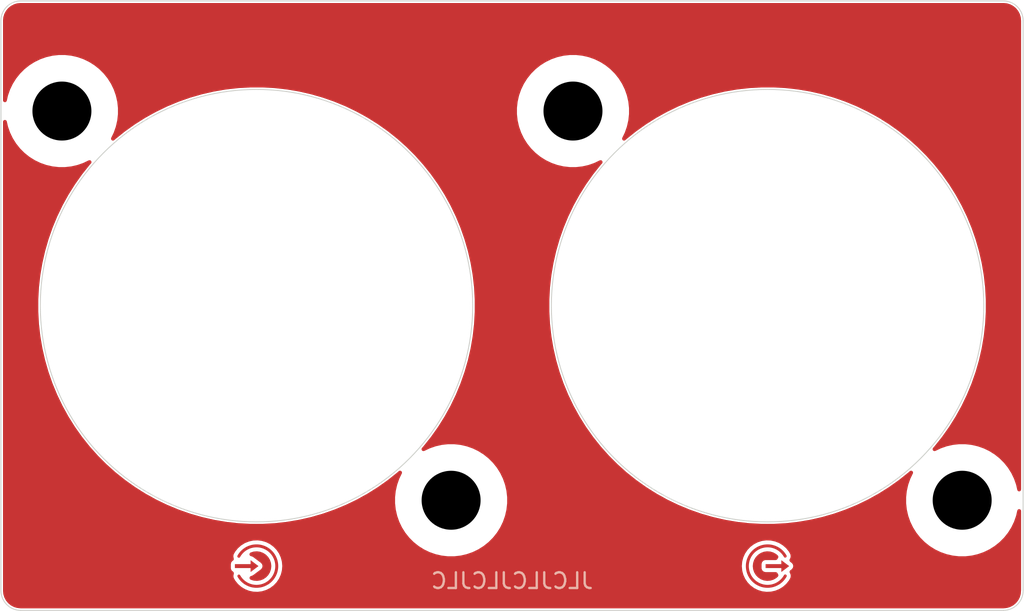
<source format=kicad_pcb>
(kicad_pcb (version 20241229) (generator "pcbnew") (generator_version "9.0")
  (title_block (date "2023-07-17") (rev "1"))
  (layers (0 "F.Cu" signal "Front") (2 "B.Cu" signal "Back") (5 "F.SilkS" user "F.Silkscreen") (7 "B.SilkS" user "B.Silkscreen") (1 "F.Mask" user) (3 "B.Mask" user) (25 "Edge.Cuts" user))
  (property "Order-Number" "JLCJLCJLCJLC")
  (net 0 "")
  (footprint "V2_Artwork:Arrow_In" (layer "F.Cu") (at 130 112.75)
    (property "Reference" "ICON104" (hide yes))
    (property "Value" "Arrow_In" (hide yes))
    (fp_arc (start -0.9 -0.5) (mid 1.029557 -0.003511) (end -0.8965689999999999 0.506127) (stroke (width 0.15)) (layer "F.Cu"))
    (fp_poly (pts (xy -1.1 -0.1) (xy -1.1 0.1) (xy -0.3 0.1) (xy -0.3 0.3) (xy 0.1 0) (xy -0.3 -0.3) (xy -0.3 -0.1)) (fill yes) (layer "F.Cu"))
  )
  (footprint "V2_PCB_Devices:PCB_EtherCon_Vertical" (layer "F.Cu") (at 156 99.5)
    (property "Reference" "SWT103" (hide yes))
    (property "Value" "EtherCon_Horizontal" (hide yes))
    (fp_circle (center 0 0) (end 11 0) (stroke (width 0.05)) (fill no) (layer "Edge.Cuts"))
    (pad "" np_thru_hole circle (at -9.9 -9.9) (size 3 3) (drill 3) (layers "*.Mask"))
    (pad "" np_thru_hole circle (at 9.9 9.9) (size 3 3) (drill 3) (layers "*.Mask"))
  )
  (footprint "V2_Artwork:Arrow_Out" (layer "F.Cu") (at 156 112.75)
    (property "Reference" "ICON105" (hide yes))
    (property "Value" "Arrow_Out" (hide yes))
    (fp_arc (start 0.9 0.5) (mid -1.029557 0.003511) (end 0.8965689999999999 -0.506127) (stroke (width 0.15)) (layer "F.Cu"))
    (fp_poly (pts (xy -0.1 -0.1) (xy -0.1 0.1) (xy 0.7 0.1) (xy 0.7 0.3) (xy 1.1 0) (xy 0.7 -0.3) (xy 0.7 -0.1)) (fill yes) (layer "F.Cu"))
  )
  (footprint "V2_PCB_Devices:PCB_EtherCon_Vertical" (layer "F.Cu") (at 130 99.5)
    (property "Reference" "SWT102" (hide yes))
    (property "Value" "EtherCon_Horizontal" (hide yes))
    (fp_circle (center 0 0) (end 11 0) (stroke (width 0.05)) (fill no) (layer "Edge.Cuts"))
    (pad "" np_thru_hole circle (at -9.9 -9.9) (size 3 3) (drill 3) (layers "*.Mask"))
    (pad "" np_thru_hole circle (at 9.9 9.9) (size 3 3) (drill 3) (layers "*.Mask"))
  )
  (footprint "V2_Production:Order_Number" (layer "B.Cu") (at 143 113.5 180)
    (property "Reference" "INFO101" (hide yes))
    (property "Value" "ORDER-NUMBER" (hide yes))
    (fp_text user "${Order-Number}" (at 0 0 0) (layer "B.SilkS") (effects (font (size 0.8 0.8) (thickness 0.12)) (justify mirror)))
  )
  (gr_line (start 117 85) (end 117 114) (stroke (width 0.05)) (layer "Edge.Cuts"))
  (gr_line (start 118 84) (end 168 84) (stroke (width 0.05)) (layer "Edge.Cuts"))
  (gr_line (start 169 85) (end 169 114) (stroke (width 0.05)) (layer "Edge.Cuts"))
  (gr_arc (start 118 115) (mid 117.292893 114.707107) (end 117 114) (stroke (width 0.05)) (layer "Edge.Cuts"))
  (gr_arc (start 169 114) (mid 168.707107 114.707107) (end 168 115) (stroke (width 0.05)) (layer "Edge.Cuts"))
  (gr_arc (start 117 85) (mid 117.292893 84.29289300000001) (end 118 84) (stroke (width 0.05)) (layer "Edge.Cuts"))
  (gr_arc (start 168 84) (mid 168.707107 84.29289300000001) (end 169 85) (stroke (width 0.05)) (layer "Edge.Cuts"))
  (gr_line (start 118 115) (end 168 115) (stroke (width 0.05)) (layer "Edge.Cuts"))
  (zone (net 0) (net_name "") (layer "F.Cu") (priority 1) (connect_pads yes (clearance 0.2)) (min_thickness 0.2) (fill yes (thermal_gap 0.508) (thermal_bridge_width 0.508))
    (polygon (pts (xy 169 115) (xy 117 115) (xy 117 84) (xy 169 84)))
  )
)
</source>
